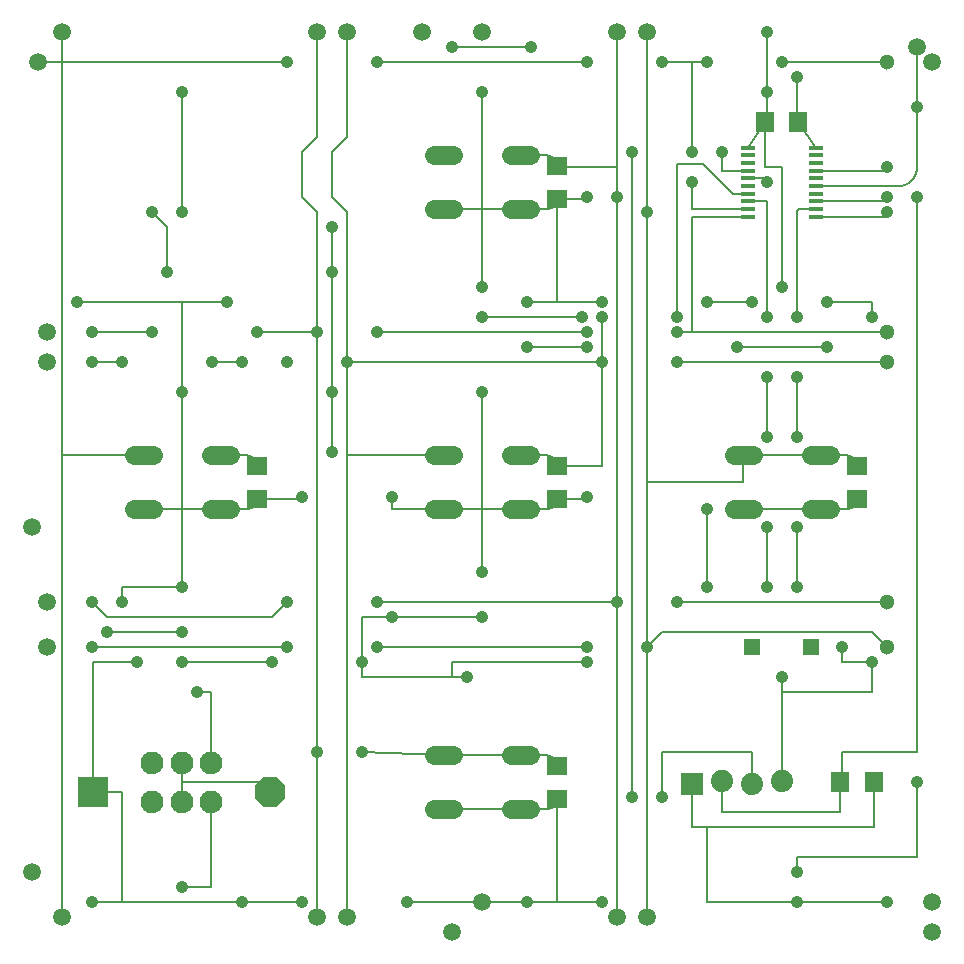
<source format=gbl>
G04 EAGLE Gerber RS-274X export*
G75*
%MOIN*%
%FSLAX36Y36*%
%LPD*%
%INBottom Copper Layer*%
%IPPOS*%
%AMOC8*
5,1,8,0,0,1.08239X$1,22.5*%
G01*
%ADD10P,0.108239X8X22.500000*%
%ADD11R,0.100000X0.100000*%
%ADD12R,0.070866X0.062992*%
%ADD13R,0.062992X0.070866*%
%ADD14R,0.074000X0.074000*%
%ADD15C,0.074000*%
%ADD16R,0.062992X0.070984*%
%ADD17C,0.064000*%
%ADD18R,0.047236X0.011811*%
%ADD19C,0.076000*%
%ADD20R,0.055496X0.055496*%
%ADD21C,0.041654*%
%ADD22C,0.006000*%
%ADD23C,0.059370*%
%ADD24C,0.051181*%


D10*
X845276Y515748D03*
D11*
X254724Y515748D03*
D12*
X1800000Y2605118D03*
X1800000Y2494882D03*
X2800000Y1605118D03*
X2800000Y1494882D03*
X1800000Y605118D03*
X1800000Y494882D03*
X800000Y1605118D03*
X800000Y1494882D03*
X1800000Y1605118D03*
X1800000Y1494882D03*
D13*
X2605118Y2750000D03*
X2494882Y2750000D03*
D14*
X2250000Y545000D03*
D15*
X2350000Y555000D03*
X2450000Y545000D03*
X2550000Y555000D03*
D16*
X2855984Y550000D03*
X2744016Y550000D03*
D17*
X1454000Y2639000D02*
X1390000Y2639000D01*
X1390000Y2461000D02*
X1454000Y2461000D01*
X1646000Y2639000D02*
X1710000Y2639000D01*
X1710000Y2461000D02*
X1646000Y2461000D01*
X2390000Y1639000D02*
X2454000Y1639000D01*
X2454000Y1461000D02*
X2390000Y1461000D01*
X2646000Y1639000D02*
X2710000Y1639000D01*
X2710000Y1461000D02*
X2646000Y1461000D01*
X1454000Y639000D02*
X1390000Y639000D01*
X1390000Y461000D02*
X1454000Y461000D01*
X1646000Y639000D02*
X1710000Y639000D01*
X1710000Y461000D02*
X1646000Y461000D01*
X454000Y1639000D02*
X390000Y1639000D01*
X390000Y1461000D02*
X454000Y1461000D01*
X646000Y1639000D02*
X710000Y1639000D01*
X710000Y1461000D02*
X646000Y1461000D01*
X1390000Y1639000D02*
X1454000Y1639000D01*
X1454000Y1461000D02*
X1390000Y1461000D01*
X1646000Y1639000D02*
X1710000Y1639000D01*
X1710000Y1461000D02*
X1646000Y1461000D01*
D18*
X2435827Y2665154D03*
X2435827Y2639563D03*
X2435827Y2613976D03*
X2435827Y2588386D03*
X2435827Y2562795D03*
X2435827Y2537205D03*
X2435827Y2511614D03*
X2435827Y2486024D03*
X2664177Y2665154D03*
X2664177Y2639563D03*
X2664177Y2613976D03*
X2664177Y2588386D03*
X2664177Y2562795D03*
X2664177Y2537205D03*
X2664177Y2511614D03*
X2664177Y2486024D03*
X2664177Y2460433D03*
X2664177Y2434846D03*
X2435827Y2460433D03*
X2435827Y2434846D03*
D19*
X648425Y614961D03*
X550000Y614961D03*
X451575Y614961D03*
X648425Y485039D03*
X550000Y485039D03*
X451575Y485039D03*
D20*
X2451575Y1000000D03*
X2648425Y1000000D03*
D21*
X2900000Y2600000D03*
D22*
X2900000Y2588386D01*
X2664177Y2588386D01*
D23*
X3050000Y2950000D03*
D21*
X3000000Y2800000D03*
D22*
X3000000Y2600000D01*
X2937205Y2537205D02*
X2664177Y2537205D01*
X2937205Y2537205D02*
X2938722Y2537223D01*
X2940239Y2537278D01*
X2941754Y2537370D01*
X2943266Y2537498D01*
X2944774Y2537663D01*
X2946278Y2537864D01*
X2947777Y2538101D01*
X2949270Y2538375D01*
X2950755Y2538684D01*
X2952233Y2539030D01*
X2953702Y2539411D01*
X2955161Y2539827D01*
X2956610Y2540278D01*
X2958047Y2540765D01*
X2959472Y2541286D01*
X2960885Y2541841D01*
X2962283Y2542430D01*
X2963667Y2543053D01*
X2965035Y2543709D01*
X2966387Y2544398D01*
X2967722Y2545119D01*
X2969040Y2545873D01*
X2970338Y2546658D01*
X2971617Y2547474D01*
X2972877Y2548321D01*
X2974115Y2549198D01*
X2975332Y2550104D01*
X2976526Y2551040D01*
X2977698Y2552005D01*
X2978846Y2552997D01*
X2979969Y2554017D01*
X2981068Y2555064D01*
X2982141Y2556137D01*
X2983188Y2557236D01*
X2984208Y2558359D01*
X2985200Y2559507D01*
X2986165Y2560679D01*
X2987101Y2561873D01*
X2988007Y2563090D01*
X2988884Y2564328D01*
X2989731Y2565588D01*
X2990547Y2566867D01*
X2991332Y2568165D01*
X2992086Y2569483D01*
X2992807Y2570818D01*
X2993496Y2572170D01*
X2994152Y2573538D01*
X2994775Y2574922D01*
X2995364Y2576320D01*
X2995919Y2577733D01*
X2996440Y2579158D01*
X2996927Y2580595D01*
X2997378Y2582044D01*
X2997794Y2583503D01*
X2998175Y2584972D01*
X2998521Y2586450D01*
X2998830Y2587935D01*
X2999104Y2589428D01*
X2999341Y2590927D01*
X2999542Y2592431D01*
X2999707Y2593939D01*
X2999835Y2595451D01*
X2999927Y2596966D01*
X2999982Y2598483D01*
X3000000Y2600000D01*
X3000000Y2800000D02*
X3000000Y3000000D01*
D23*
X3000000Y3000000D03*
D22*
X1800000Y2494882D02*
X1799990Y2494063D01*
X1799960Y2493245D01*
X1799911Y2492428D01*
X1799842Y2491612D01*
X1799753Y2490798D01*
X1799644Y2489986D01*
X1799516Y2489178D01*
X1799369Y2488372D01*
X1799202Y2487571D01*
X1799015Y2486774D01*
X1798810Y2485981D01*
X1798585Y2485194D01*
X1798342Y2484412D01*
X1798079Y2483636D01*
X1797798Y2482867D01*
X1797499Y2482105D01*
X1797181Y2481351D01*
X1796845Y2480604D01*
X1796491Y2479866D01*
X1796119Y2479136D01*
X1795730Y2478416D01*
X1795323Y2477705D01*
X1794900Y2477004D01*
X1794459Y2476314D01*
X1794002Y2475635D01*
X1793529Y2474967D01*
X1793040Y2474310D01*
X1792535Y2473666D01*
X1792015Y2473033D01*
X1791479Y2472414D01*
X1790929Y2471808D01*
X1790364Y2471215D01*
X1789785Y2470636D01*
X1789192Y2470071D01*
X1788586Y2469521D01*
X1787967Y2468985D01*
X1787334Y2468465D01*
X1786690Y2467960D01*
X1786033Y2467471D01*
X1785365Y2466998D01*
X1784686Y2466541D01*
X1783996Y2466100D01*
X1783295Y2465677D01*
X1782584Y2465270D01*
X1781864Y2464881D01*
X1781134Y2464509D01*
X1780396Y2464155D01*
X1779649Y2463819D01*
X1778895Y2463501D01*
X1778133Y2463202D01*
X1777364Y2462921D01*
X1776588Y2462658D01*
X1775806Y2462415D01*
X1775019Y2462190D01*
X1774226Y2461985D01*
X1773429Y2461798D01*
X1772628Y2461631D01*
X1771822Y2461484D01*
X1771014Y2461356D01*
X1770202Y2461247D01*
X1769388Y2461158D01*
X1768572Y2461089D01*
X1767755Y2461040D01*
X1766937Y2461010D01*
X1766118Y2461000D01*
X1678000Y2461000D01*
X2766118Y1461000D02*
X2766937Y1461010D01*
X2767755Y1461040D01*
X2768572Y1461089D01*
X2769388Y1461158D01*
X2770202Y1461247D01*
X2771014Y1461356D01*
X2771822Y1461484D01*
X2772628Y1461631D01*
X2773429Y1461798D01*
X2774226Y1461985D01*
X2775019Y1462190D01*
X2775806Y1462415D01*
X2776588Y1462658D01*
X2777364Y1462921D01*
X2778133Y1463202D01*
X2778895Y1463501D01*
X2779649Y1463819D01*
X2780396Y1464155D01*
X2781134Y1464509D01*
X2781864Y1464881D01*
X2782584Y1465270D01*
X2783295Y1465677D01*
X2783996Y1466100D01*
X2784686Y1466541D01*
X2785365Y1466998D01*
X2786033Y1467471D01*
X2786690Y1467960D01*
X2787334Y1468465D01*
X2787967Y1468985D01*
X2788586Y1469521D01*
X2789192Y1470071D01*
X2789785Y1470636D01*
X2790364Y1471215D01*
X2790929Y1471808D01*
X2791479Y1472414D01*
X2792015Y1473033D01*
X2792535Y1473666D01*
X2793040Y1474310D01*
X2793529Y1474967D01*
X2794002Y1475635D01*
X2794459Y1476314D01*
X2794900Y1477004D01*
X2795323Y1477705D01*
X2795730Y1478416D01*
X2796119Y1479136D01*
X2796491Y1479866D01*
X2796845Y1480604D01*
X2797181Y1481351D01*
X2797499Y1482105D01*
X2797798Y1482867D01*
X2798079Y1483636D01*
X2798342Y1484412D01*
X2798585Y1485194D01*
X2798810Y1485981D01*
X2799015Y1486774D01*
X2799202Y1487571D01*
X2799369Y1488372D01*
X2799516Y1489178D01*
X2799644Y1489986D01*
X2799753Y1490798D01*
X2799842Y1491612D01*
X2799911Y1492428D01*
X2799960Y1493245D01*
X2799990Y1494063D01*
X2800000Y1494882D01*
X2766118Y1461000D02*
X2678000Y1461000D01*
X1800000Y1494882D02*
X1799990Y1494063D01*
X1799960Y1493245D01*
X1799911Y1492428D01*
X1799842Y1491612D01*
X1799753Y1490798D01*
X1799644Y1489986D01*
X1799516Y1489178D01*
X1799369Y1488372D01*
X1799202Y1487571D01*
X1799015Y1486774D01*
X1798810Y1485981D01*
X1798585Y1485194D01*
X1798342Y1484412D01*
X1798079Y1483636D01*
X1797798Y1482867D01*
X1797499Y1482105D01*
X1797181Y1481351D01*
X1796845Y1480604D01*
X1796491Y1479866D01*
X1796119Y1479136D01*
X1795730Y1478416D01*
X1795323Y1477705D01*
X1794900Y1477004D01*
X1794459Y1476314D01*
X1794002Y1475635D01*
X1793529Y1474967D01*
X1793040Y1474310D01*
X1792535Y1473666D01*
X1792015Y1473033D01*
X1791479Y1472414D01*
X1790929Y1471808D01*
X1790364Y1471215D01*
X1789785Y1470636D01*
X1789192Y1470071D01*
X1788586Y1469521D01*
X1787967Y1468985D01*
X1787334Y1468465D01*
X1786690Y1467960D01*
X1786033Y1467471D01*
X1785365Y1466998D01*
X1784686Y1466541D01*
X1783996Y1466100D01*
X1783295Y1465677D01*
X1782584Y1465270D01*
X1781864Y1464881D01*
X1781134Y1464509D01*
X1780396Y1464155D01*
X1779649Y1463819D01*
X1778895Y1463501D01*
X1778133Y1463202D01*
X1777364Y1462921D01*
X1776588Y1462658D01*
X1775806Y1462415D01*
X1775019Y1462190D01*
X1774226Y1461985D01*
X1773429Y1461798D01*
X1772628Y1461631D01*
X1771822Y1461484D01*
X1771014Y1461356D01*
X1770202Y1461247D01*
X1769388Y1461158D01*
X1768572Y1461089D01*
X1767755Y1461040D01*
X1766937Y1461010D01*
X1766118Y1461000D01*
X1678000Y1461000D01*
X800000Y1494882D02*
X799990Y1494063D01*
X799960Y1493245D01*
X799911Y1492428D01*
X799842Y1491612D01*
X799753Y1490798D01*
X799644Y1489986D01*
X799516Y1489178D01*
X799369Y1488372D01*
X799202Y1487571D01*
X799015Y1486774D01*
X798810Y1485981D01*
X798585Y1485194D01*
X798342Y1484412D01*
X798079Y1483636D01*
X797798Y1482867D01*
X797499Y1482105D01*
X797181Y1481351D01*
X796845Y1480604D01*
X796491Y1479866D01*
X796119Y1479136D01*
X795730Y1478416D01*
X795323Y1477705D01*
X794900Y1477004D01*
X794459Y1476314D01*
X794002Y1475635D01*
X793529Y1474967D01*
X793040Y1474310D01*
X792535Y1473666D01*
X792015Y1473033D01*
X791479Y1472414D01*
X790929Y1471808D01*
X790364Y1471215D01*
X789785Y1470636D01*
X789192Y1470071D01*
X788586Y1469521D01*
X787967Y1468985D01*
X787334Y1468465D01*
X786690Y1467960D01*
X786033Y1467471D01*
X785365Y1466998D01*
X784686Y1466541D01*
X783996Y1466100D01*
X783295Y1465677D01*
X782584Y1465270D01*
X781864Y1464881D01*
X781134Y1464509D01*
X780396Y1464155D01*
X779649Y1463819D01*
X778895Y1463501D01*
X778133Y1463202D01*
X777364Y1462921D01*
X776588Y1462658D01*
X775806Y1462415D01*
X775019Y1462190D01*
X774226Y1461985D01*
X773429Y1461798D01*
X772628Y1461631D01*
X771822Y1461484D01*
X771014Y1461356D01*
X770202Y1461247D01*
X769388Y1461158D01*
X768572Y1461089D01*
X767755Y1461040D01*
X766937Y1461010D01*
X766118Y1461000D01*
X678000Y1461000D01*
X1766118Y461000D02*
X1766937Y461010D01*
X1767755Y461040D01*
X1768572Y461089D01*
X1769388Y461158D01*
X1770202Y461247D01*
X1771014Y461356D01*
X1771822Y461484D01*
X1772628Y461631D01*
X1773429Y461798D01*
X1774226Y461985D01*
X1775019Y462190D01*
X1775806Y462415D01*
X1776588Y462658D01*
X1777364Y462921D01*
X1778133Y463202D01*
X1778895Y463501D01*
X1779649Y463819D01*
X1780396Y464155D01*
X1781134Y464509D01*
X1781864Y464881D01*
X1782584Y465270D01*
X1783295Y465677D01*
X1783996Y466100D01*
X1784686Y466541D01*
X1785365Y466998D01*
X1786033Y467471D01*
X1786690Y467960D01*
X1787334Y468465D01*
X1787967Y468985D01*
X1788586Y469521D01*
X1789192Y470071D01*
X1789785Y470636D01*
X1790364Y471215D01*
X1790929Y471808D01*
X1791479Y472414D01*
X1792015Y473033D01*
X1792535Y473666D01*
X1793040Y474310D01*
X1793529Y474967D01*
X1794002Y475635D01*
X1794459Y476314D01*
X1794900Y477004D01*
X1795323Y477705D01*
X1795730Y478416D01*
X1796119Y479136D01*
X1796491Y479866D01*
X1796845Y480604D01*
X1797181Y481351D01*
X1797499Y482105D01*
X1797798Y482867D01*
X1798079Y483636D01*
X1798342Y484412D01*
X1798585Y485194D01*
X1798810Y485981D01*
X1799015Y486774D01*
X1799202Y487571D01*
X1799369Y488372D01*
X1799516Y489178D01*
X1799644Y489986D01*
X1799753Y490798D01*
X1799842Y491612D01*
X1799911Y492428D01*
X1799960Y493245D01*
X1799990Y494063D01*
X1800000Y494882D01*
X1766118Y461000D02*
X1678000Y461000D01*
X1550000Y2461000D02*
X1422000Y2461000D01*
X1550000Y2461000D02*
X1678000Y2461000D01*
X2422000Y1461000D02*
X2678000Y1461000D01*
X1678000Y1461000D02*
X1550000Y1461000D01*
X1422000Y1461000D01*
X678000Y1461000D02*
X550000Y1461000D01*
X422000Y1461000D01*
X1422000Y461000D02*
X1678000Y461000D01*
X2435827Y2665154D02*
X2494882Y2750000D01*
D21*
X750000Y150000D03*
D22*
X950000Y150000D01*
D21*
X950000Y150000D03*
X1300000Y150000D03*
D22*
X1550000Y150000D01*
D21*
X1950000Y150000D03*
D22*
X1700000Y150000D02*
X1550000Y150000D01*
D21*
X1700000Y150000D03*
D22*
X1950000Y150000D01*
D21*
X250000Y150000D03*
D22*
X350000Y150000D01*
X750000Y150000D01*
X1700000Y150000D02*
X1800000Y150000D01*
X1800000Y494882D01*
X2550000Y555000D02*
X2550000Y850000D01*
D21*
X2550000Y900000D03*
D22*
X2550000Y850000D01*
X254724Y950000D02*
X254724Y515748D01*
X254724Y950000D02*
X400000Y950000D01*
D21*
X400000Y950000D03*
D22*
X350000Y515748D02*
X350000Y150000D01*
X350000Y515748D02*
X254724Y515748D01*
D21*
X550000Y950000D03*
D22*
X850000Y950000D01*
D21*
X850000Y950000D03*
X1150000Y950000D03*
D22*
X1150000Y900000D01*
X1450000Y900000D01*
D21*
X1500000Y900000D03*
D22*
X1450000Y900000D01*
X1450000Y950000D01*
D21*
X1900000Y950000D03*
D22*
X1450000Y950000D01*
D21*
X2850000Y950000D03*
D22*
X2850000Y850000D01*
X2550000Y850000D01*
X2750000Y950000D02*
X2850000Y950000D01*
X2750000Y950000D02*
X2750000Y1000000D01*
D21*
X2750000Y1000000D03*
X2600000Y250000D03*
D22*
X2600000Y300000D01*
X3000000Y300000D01*
X3000000Y550000D01*
D21*
X3000000Y550000D03*
X550000Y1050000D03*
D22*
X300000Y1050000D01*
D21*
X300000Y1050000D03*
X350000Y1150000D03*
D22*
X350000Y1200000D01*
X550000Y1200000D01*
D21*
X550000Y1200000D03*
D22*
X1150000Y1100000D02*
X1150000Y950000D01*
X1150000Y1100000D02*
X1250000Y1100000D01*
D21*
X1250000Y1100000D03*
D22*
X950000Y1494882D02*
X800000Y1494882D01*
X950000Y1494882D02*
X950000Y1500000D01*
D21*
X950000Y1500000D03*
X1250000Y1500000D03*
D22*
X1250000Y1461000D01*
X1422000Y1461000D01*
X1800000Y1494882D02*
X1900000Y1494882D01*
X1900000Y1500000D01*
D21*
X1900000Y1500000D03*
D22*
X550000Y1461000D02*
X550000Y1200000D01*
D21*
X1550000Y1250000D03*
D22*
X1550000Y1461000D01*
X550000Y1461000D02*
X550000Y1850000D01*
D21*
X550000Y1850000D03*
X1050000Y1650000D03*
D22*
X1050000Y1850000D01*
D21*
X1050000Y1850000D03*
D22*
X1550000Y1850000D02*
X1550000Y1461000D01*
D21*
X1550000Y1850000D03*
X2300000Y1200000D03*
D22*
X2300000Y1461000D01*
D21*
X2300000Y1461000D03*
D22*
X1050000Y1850000D02*
X1050000Y2250000D01*
D21*
X1050000Y2250000D03*
X2850000Y2100000D03*
D22*
X2850000Y2150000D01*
X2700000Y2150000D01*
D21*
X2700000Y2150000D03*
X1700000Y2150000D03*
D22*
X1800000Y2150000D01*
D21*
X1950000Y2150000D03*
D22*
X1800000Y2150000D01*
D21*
X200000Y2150000D03*
D22*
X550000Y2150000D01*
D21*
X700000Y2150000D03*
D22*
X550000Y2150000D01*
X550000Y1850000D01*
X1250000Y1100000D02*
X1550000Y1100000D01*
D21*
X1550000Y1100000D03*
D22*
X1050000Y2250000D02*
X1050000Y2400000D01*
D21*
X1050000Y2400000D03*
X1550000Y2200000D03*
D22*
X1550000Y2461000D01*
X1800000Y2494882D02*
X1800000Y2150000D01*
X1550000Y2461000D02*
X1550000Y2850000D01*
D21*
X1550000Y2850000D03*
X550000Y2850000D03*
D22*
X550000Y2450000D01*
D21*
X550000Y2450000D03*
D22*
X1800000Y2494882D02*
X1900000Y2494882D01*
X1900000Y2500000D01*
D21*
X1900000Y2500000D03*
X2500000Y2850000D03*
D22*
X2500000Y2750000D01*
X2494882Y2750000D01*
X2494882Y2600000D01*
X2550000Y2600000D01*
X2550000Y2200000D01*
D21*
X2550000Y2200000D03*
X2450000Y2150000D03*
D22*
X2300000Y2150000D01*
D21*
X2300000Y2150000D03*
X2500000Y3050000D03*
D22*
X2500000Y2850000D01*
D23*
X1550000Y3050000D03*
X1550000Y150000D03*
X50000Y250000D03*
D22*
X2664177Y2665154D02*
X2605118Y2750000D01*
X2250000Y545000D02*
X2250000Y400000D01*
X2855984Y400000D02*
X2855984Y550000D01*
X2300000Y400000D02*
X2250000Y400000D01*
X2300000Y400000D02*
X2855984Y400000D01*
D21*
X2600000Y150000D03*
D22*
X2900000Y150000D01*
D21*
X2900000Y150000D03*
X550000Y200000D03*
D22*
X648425Y200000D01*
X648425Y485039D01*
X2300000Y400000D02*
X2300000Y150000D01*
X2600000Y150000D01*
X648425Y614961D02*
X648425Y850000D01*
X600000Y850000D01*
D21*
X600000Y850000D03*
X2400000Y2000000D03*
D22*
X2700000Y2000000D01*
D21*
X2700000Y2000000D03*
X1550000Y2100000D03*
D22*
X1884646Y2100000D01*
D21*
X1884646Y2100000D03*
X1700000Y2000000D03*
D22*
X1900000Y2000000D01*
D21*
X1900000Y2000000D03*
X2600000Y2900000D03*
D22*
X2600000Y2750000D01*
X2605118Y2750000D01*
D21*
X500000Y2250000D03*
D22*
X500000Y2400000D01*
X450000Y2450000D01*
D21*
X450000Y2450000D03*
D23*
X1350000Y3050000D03*
D21*
X1450000Y3000000D03*
D22*
X1715354Y3000000D01*
D21*
X1715354Y3000000D03*
D23*
X1450000Y50000D03*
X50000Y1400000D03*
D22*
X1766118Y2639000D02*
X1766937Y2638990D01*
X1767755Y2638960D01*
X1768572Y2638911D01*
X1769388Y2638842D01*
X1770202Y2638753D01*
X1771014Y2638644D01*
X1771822Y2638516D01*
X1772628Y2638369D01*
X1773429Y2638202D01*
X1774226Y2638015D01*
X1775019Y2637810D01*
X1775806Y2637585D01*
X1776588Y2637342D01*
X1777364Y2637079D01*
X1778133Y2636798D01*
X1778895Y2636499D01*
X1779649Y2636181D01*
X1780396Y2635845D01*
X1781134Y2635491D01*
X1781864Y2635119D01*
X1782584Y2634730D01*
X1783295Y2634323D01*
X1783996Y2633900D01*
X1784686Y2633459D01*
X1785365Y2633002D01*
X1786033Y2632529D01*
X1786690Y2632040D01*
X1787334Y2631535D01*
X1787967Y2631015D01*
X1788586Y2630479D01*
X1789192Y2629929D01*
X1789785Y2629364D01*
X1790364Y2628785D01*
X1790929Y2628192D01*
X1791479Y2627586D01*
X1792015Y2626967D01*
X1792535Y2626334D01*
X1793040Y2625690D01*
X1793529Y2625033D01*
X1794002Y2624365D01*
X1794459Y2623686D01*
X1794900Y2622996D01*
X1795323Y2622295D01*
X1795730Y2621584D01*
X1796119Y2620864D01*
X1796491Y2620134D01*
X1796845Y2619396D01*
X1797181Y2618649D01*
X1797499Y2617895D01*
X1797798Y2617133D01*
X1798079Y2616364D01*
X1798342Y2615588D01*
X1798585Y2614806D01*
X1798810Y2614019D01*
X1799015Y2613226D01*
X1799202Y2612429D01*
X1799369Y2611628D01*
X1799516Y2610822D01*
X1799644Y2610014D01*
X1799753Y2609202D01*
X1799842Y2608388D01*
X1799911Y2607572D01*
X1799960Y2606755D01*
X1799990Y2605937D01*
X1800000Y2605118D01*
X1766118Y2639000D02*
X1678000Y2639000D01*
D23*
X2000000Y3050000D03*
D22*
X2000000Y2600000D01*
D23*
X2000000Y100000D03*
D22*
X2000000Y2500000D02*
X2000000Y2600000D01*
X2000000Y2500000D02*
X2000000Y1150000D01*
X2000000Y100000D01*
X2000000Y1150000D02*
X1200000Y1150000D01*
D21*
X1200000Y1150000D03*
X900000Y1150000D03*
D22*
X850000Y1100000D01*
X300000Y1100000D01*
X250000Y1150000D01*
D21*
X250000Y1150000D03*
D23*
X100000Y1150000D03*
D21*
X2000000Y1150000D03*
X2200000Y1150000D03*
D22*
X2900000Y1150000D01*
D24*
X2900000Y1150000D03*
D22*
X1805118Y2600000D02*
X1804977Y2600002D01*
X1804836Y2600008D01*
X1804695Y2600017D01*
X1804555Y2600031D01*
X1804415Y2600049D01*
X1804276Y2600070D01*
X1804137Y2600095D01*
X1803999Y2600124D01*
X1803862Y2600157D01*
X1803725Y2600193D01*
X1803590Y2600233D01*
X1803456Y2600277D01*
X1803323Y2600325D01*
X1803192Y2600376D01*
X1803062Y2600431D01*
X1802934Y2600490D01*
X1802807Y2600551D01*
X1802682Y2600617D01*
X1802559Y2600686D01*
X1802438Y2600758D01*
X1802319Y2600833D01*
X1802202Y2600912D01*
X1802087Y2600994D01*
X1801974Y2601079D01*
X1801864Y2601167D01*
X1801757Y2601258D01*
X1801652Y2601353D01*
X1801549Y2601450D01*
X1801450Y2601549D01*
X1801353Y2601652D01*
X1801258Y2601757D01*
X1801167Y2601864D01*
X1801079Y2601974D01*
X1800994Y2602087D01*
X1800912Y2602202D01*
X1800833Y2602319D01*
X1800758Y2602438D01*
X1800686Y2602559D01*
X1800617Y2602682D01*
X1800551Y2602807D01*
X1800490Y2602934D01*
X1800431Y2603062D01*
X1800376Y2603192D01*
X1800325Y2603323D01*
X1800277Y2603456D01*
X1800233Y2603590D01*
X1800193Y2603725D01*
X1800157Y2603862D01*
X1800124Y2603999D01*
X1800095Y2604137D01*
X1800070Y2604276D01*
X1800049Y2604415D01*
X1800031Y2604555D01*
X1800017Y2604695D01*
X1800008Y2604836D01*
X1800002Y2604977D01*
X1800000Y2605118D01*
X1805118Y2600000D02*
X2000000Y2600000D01*
D21*
X2000000Y2500000D03*
X2900000Y2500000D03*
D22*
X2899996Y2499662D01*
X2899984Y2499325D01*
X2899963Y2498988D01*
X2899935Y2498651D01*
X2899898Y2498315D01*
X2899853Y2497981D01*
X2899801Y2497647D01*
X2899740Y2497315D01*
X2899671Y2496984D01*
X2899594Y2496655D01*
X2899509Y2496328D01*
X2899416Y2496004D01*
X2899316Y2495681D01*
X2899208Y2495361D01*
X2899092Y2495044D01*
X2898968Y2494730D01*
X2898837Y2494418D01*
X2898698Y2494110D01*
X2898552Y2493806D01*
X2898399Y2493505D01*
X2898239Y2493208D01*
X2898071Y2492915D01*
X2897896Y2492626D01*
X2897715Y2492341D01*
X2897526Y2492061D01*
X2897331Y2491785D01*
X2897129Y2491514D01*
X2896921Y2491248D01*
X2896706Y2490988D01*
X2896485Y2490732D01*
X2896258Y2490482D01*
X2896025Y2490238D01*
X2895786Y2489999D01*
X2895542Y2489766D01*
X2895292Y2489539D01*
X2895036Y2489318D01*
X2894776Y2489103D01*
X2894510Y2488895D01*
X2894239Y2488693D01*
X2893963Y2488498D01*
X2893683Y2488309D01*
X2893398Y2488128D01*
X2893109Y2487953D01*
X2892816Y2487785D01*
X2892519Y2487625D01*
X2892218Y2487472D01*
X2891914Y2487326D01*
X2891606Y2487187D01*
X2891294Y2487056D01*
X2890980Y2486932D01*
X2890663Y2486816D01*
X2890343Y2486708D01*
X2890020Y2486608D01*
X2889696Y2486515D01*
X2889369Y2486430D01*
X2889040Y2486353D01*
X2888709Y2486284D01*
X2888377Y2486223D01*
X2888043Y2486171D01*
X2887709Y2486126D01*
X2887373Y2486089D01*
X2887036Y2486061D01*
X2886699Y2486040D01*
X2886362Y2486028D01*
X2886024Y2486024D01*
X2664177Y2486024D01*
X2766118Y1639000D02*
X2766937Y1638990D01*
X2767755Y1638960D01*
X2768572Y1638911D01*
X2769388Y1638842D01*
X2770202Y1638753D01*
X2771014Y1638644D01*
X2771822Y1638516D01*
X2772628Y1638369D01*
X2773429Y1638202D01*
X2774226Y1638015D01*
X2775019Y1637810D01*
X2775806Y1637585D01*
X2776588Y1637342D01*
X2777364Y1637079D01*
X2778133Y1636798D01*
X2778895Y1636499D01*
X2779649Y1636181D01*
X2780396Y1635845D01*
X2781134Y1635491D01*
X2781864Y1635119D01*
X2782584Y1634730D01*
X2783295Y1634323D01*
X2783996Y1633900D01*
X2784686Y1633459D01*
X2785365Y1633002D01*
X2786033Y1632529D01*
X2786690Y1632040D01*
X2787334Y1631535D01*
X2787967Y1631015D01*
X2788586Y1630479D01*
X2789192Y1629929D01*
X2789785Y1629364D01*
X2790364Y1628785D01*
X2790929Y1628192D01*
X2791479Y1627586D01*
X2792015Y1626967D01*
X2792535Y1626334D01*
X2793040Y1625690D01*
X2793529Y1625033D01*
X2794002Y1624365D01*
X2794459Y1623686D01*
X2794900Y1622996D01*
X2795323Y1622295D01*
X2795730Y1621584D01*
X2796119Y1620864D01*
X2796491Y1620134D01*
X2796845Y1619396D01*
X2797181Y1618649D01*
X2797499Y1617895D01*
X2797798Y1617133D01*
X2798079Y1616364D01*
X2798342Y1615588D01*
X2798585Y1614806D01*
X2798810Y1614019D01*
X2799015Y1613226D01*
X2799202Y1612429D01*
X2799369Y1611628D01*
X2799516Y1610822D01*
X2799644Y1610014D01*
X2799753Y1609202D01*
X2799842Y1608388D01*
X2799911Y1607572D01*
X2799960Y1606755D01*
X2799990Y1605937D01*
X2800000Y1605118D01*
X2766118Y1639000D02*
X2678000Y1639000D01*
X2422000Y1639000D01*
D23*
X2100000Y3050000D03*
D22*
X2100000Y2450000D01*
D23*
X2100000Y100000D03*
D22*
X2100000Y1550000D02*
X2100000Y2450000D01*
X2100000Y1550000D02*
X2100000Y1000000D01*
X2100000Y100000D01*
X2100000Y1000000D02*
X2150000Y1050000D01*
X2850000Y1050000D01*
X2900000Y1000000D01*
D24*
X2900000Y1000000D03*
D21*
X2100000Y1000000D03*
X1900000Y1000000D03*
D22*
X1200000Y1000000D01*
D21*
X1200000Y1000000D03*
X900000Y1000000D03*
D22*
X250000Y1000000D01*
D21*
X250000Y1000000D03*
D23*
X100000Y1000000D03*
D21*
X2100000Y2450000D03*
X2900000Y2450000D03*
D22*
X2899996Y2449634D01*
X2899982Y2449268D01*
X2899960Y2448902D01*
X2899929Y2448537D01*
X2899890Y2448173D01*
X2899841Y2447810D01*
X2899784Y2447449D01*
X2899718Y2447089D01*
X2899643Y2446730D01*
X2899560Y2446373D01*
X2899468Y2446019D01*
X2899367Y2445667D01*
X2899258Y2445317D01*
X2899141Y2444970D01*
X2899015Y2444626D01*
X2898881Y2444286D01*
X2898739Y2443948D01*
X2898589Y2443614D01*
X2898430Y2443284D01*
X2898264Y2442958D01*
X2898090Y2442635D01*
X2897908Y2442318D01*
X2897719Y2442004D01*
X2897522Y2441695D01*
X2897317Y2441392D01*
X2897106Y2441093D01*
X2896887Y2440799D01*
X2896661Y2440511D01*
X2896428Y2440228D01*
X2896189Y2439951D01*
X2895943Y2439680D01*
X2895690Y2439415D01*
X2895431Y2439156D01*
X2895166Y2438903D01*
X2894895Y2438657D01*
X2894618Y2438418D01*
X2894335Y2438185D01*
X2894047Y2437959D01*
X2893753Y2437740D01*
X2893454Y2437529D01*
X2893151Y2437324D01*
X2892842Y2437127D01*
X2892528Y2436938D01*
X2892211Y2436756D01*
X2891888Y2436582D01*
X2891562Y2436416D01*
X2891232Y2436257D01*
X2890898Y2436107D01*
X2890560Y2435965D01*
X2890220Y2435831D01*
X2889876Y2435705D01*
X2889529Y2435588D01*
X2889179Y2435479D01*
X2888827Y2435378D01*
X2888473Y2435286D01*
X2888116Y2435203D01*
X2887757Y2435128D01*
X2887397Y2435062D01*
X2887036Y2435005D01*
X2886673Y2434956D01*
X2886309Y2434917D01*
X2885944Y2434886D01*
X2885578Y2434864D01*
X2885212Y2434850D01*
X2884846Y2434846D01*
X2664177Y2434846D01*
X2422000Y1639000D02*
X2422000Y1550000D01*
X2100000Y1550000D01*
X1766118Y639000D02*
X1766937Y638990D01*
X1767755Y638960D01*
X1768572Y638911D01*
X1769388Y638842D01*
X1770202Y638753D01*
X1771014Y638644D01*
X1771822Y638516D01*
X1772628Y638369D01*
X1773429Y638202D01*
X1774226Y638015D01*
X1775019Y637810D01*
X1775806Y637585D01*
X1776588Y637342D01*
X1777364Y637079D01*
X1778133Y636798D01*
X1778895Y636499D01*
X1779649Y636181D01*
X1780396Y635845D01*
X1781134Y635491D01*
X1781864Y635119D01*
X1782584Y634730D01*
X1783295Y634323D01*
X1783996Y633900D01*
X1784686Y633459D01*
X1785365Y633002D01*
X1786033Y632529D01*
X1786690Y632040D01*
X1787334Y631535D01*
X1787967Y631015D01*
X1788586Y630479D01*
X1789192Y629929D01*
X1789785Y629364D01*
X1790364Y628785D01*
X1790929Y628192D01*
X1791479Y627586D01*
X1792015Y626967D01*
X1792535Y626334D01*
X1793040Y625690D01*
X1793529Y625033D01*
X1794002Y624365D01*
X1794459Y623686D01*
X1794900Y622996D01*
X1795323Y622295D01*
X1795730Y621584D01*
X1796119Y620864D01*
X1796491Y620134D01*
X1796845Y619396D01*
X1797181Y618649D01*
X1797499Y617895D01*
X1797798Y617133D01*
X1798079Y616364D01*
X1798342Y615588D01*
X1798585Y614806D01*
X1798810Y614019D01*
X1799015Y613226D01*
X1799202Y612429D01*
X1799369Y611628D01*
X1799516Y610822D01*
X1799644Y610014D01*
X1799753Y609202D01*
X1799842Y608388D01*
X1799911Y607572D01*
X1799960Y606755D01*
X1799990Y605937D01*
X1800000Y605118D01*
X1766118Y639000D02*
X1678000Y639000D01*
X1422000Y639000D01*
D23*
X1000000Y3050000D03*
D22*
X1000000Y2700000D01*
X950000Y2650000D01*
X950000Y2500000D01*
X1000000Y2450000D01*
X1000000Y2050000D01*
D23*
X1000000Y100000D03*
D22*
X1000000Y650000D02*
X1000000Y2050000D01*
X1000000Y650000D02*
X1000000Y100000D01*
D21*
X250000Y2050000D03*
D23*
X100000Y2050000D03*
D21*
X1000000Y2050000D03*
X1200000Y2050000D03*
D22*
X1900000Y2050000D01*
D21*
X1900000Y2050000D03*
X2200000Y2050000D03*
D22*
X2250000Y2050000D01*
D24*
X2900000Y2050000D03*
D21*
X1000000Y650000D03*
D22*
X2250000Y2050000D02*
X2900000Y2050000D01*
D21*
X1150000Y650000D03*
D22*
X1422000Y639000D01*
X2250000Y2050000D02*
X2250000Y2434846D01*
X2435827Y2434846D01*
X450000Y2050000D02*
X250000Y2050000D01*
D21*
X450000Y2050000D03*
X800000Y2050000D03*
D22*
X1000000Y2050000D01*
X766118Y1639000D02*
X766937Y1638990D01*
X767755Y1638960D01*
X768572Y1638911D01*
X769388Y1638842D01*
X770202Y1638753D01*
X771014Y1638644D01*
X771822Y1638516D01*
X772628Y1638369D01*
X773429Y1638202D01*
X774226Y1638015D01*
X775019Y1637810D01*
X775806Y1637585D01*
X776588Y1637342D01*
X777364Y1637079D01*
X778133Y1636798D01*
X778895Y1636499D01*
X779649Y1636181D01*
X780396Y1635845D01*
X781134Y1635491D01*
X781864Y1635119D01*
X782584Y1634730D01*
X783295Y1634323D01*
X783996Y1633900D01*
X784686Y1633459D01*
X785365Y1633002D01*
X786033Y1632529D01*
X786690Y1632040D01*
X787334Y1631535D01*
X787967Y1631015D01*
X788586Y1630479D01*
X789192Y1629929D01*
X789785Y1629364D01*
X790364Y1628785D01*
X790929Y1628192D01*
X791479Y1627586D01*
X792015Y1626967D01*
X792535Y1626334D01*
X793040Y1625690D01*
X793529Y1625033D01*
X794002Y1624365D01*
X794459Y1623686D01*
X794900Y1622996D01*
X795323Y1622295D01*
X795730Y1621584D01*
X796119Y1620864D01*
X796491Y1620134D01*
X796845Y1619396D01*
X797181Y1618649D01*
X797499Y1617895D01*
X797798Y1617133D01*
X798079Y1616364D01*
X798342Y1615588D01*
X798585Y1614806D01*
X798810Y1614019D01*
X799015Y1613226D01*
X799202Y1612429D01*
X799369Y1611628D01*
X799516Y1610822D01*
X799644Y1610014D01*
X799753Y1609202D01*
X799842Y1608388D01*
X799911Y1607572D01*
X799960Y1606755D01*
X799990Y1605937D01*
X800000Y1605118D01*
X766118Y1639000D02*
X678000Y1639000D01*
D23*
X150000Y3050000D03*
X150000Y100000D03*
D22*
X150000Y2950000D02*
X150000Y3050000D01*
X150000Y2950000D02*
X150000Y1639000D01*
X150000Y100000D01*
X150000Y2950000D02*
X69528Y2950000D01*
D23*
X69528Y2950000D03*
D22*
X150000Y2950000D02*
X900000Y2950000D01*
D21*
X900000Y2950000D03*
X1200000Y2950000D03*
D22*
X1900000Y2950000D01*
D21*
X1900000Y2950000D03*
X2150000Y2950000D03*
D22*
X2250000Y2950000D01*
D24*
X2900000Y2950000D03*
D22*
X422000Y1639000D02*
X150000Y1639000D01*
X2250000Y2460433D02*
X2435827Y2460433D01*
X2250000Y2460433D02*
X2250000Y2550000D01*
D21*
X2250000Y2550000D03*
X2250000Y2650000D03*
D22*
X2250000Y2950000D01*
X2300000Y2950000D01*
D21*
X2300000Y2950000D03*
X2550000Y2950000D03*
D22*
X2900000Y2950000D01*
X2664177Y2460433D02*
X2610433Y2460433D01*
X2610181Y2460430D01*
X2609929Y2460421D01*
X2609677Y2460406D01*
X2609426Y2460384D01*
X2609175Y2460357D01*
X2608926Y2460324D01*
X2608677Y2460284D01*
X2608429Y2460239D01*
X2608182Y2460187D01*
X2607936Y2460130D01*
X2607692Y2460067D01*
X2607450Y2459997D01*
X2607209Y2459922D01*
X2606970Y2459842D01*
X2606733Y2459755D01*
X2606499Y2459663D01*
X2606266Y2459565D01*
X2606037Y2459461D01*
X2605809Y2459352D01*
X2605585Y2459238D01*
X2605363Y2459118D01*
X2605144Y2458993D01*
X2604928Y2458862D01*
X2604716Y2458727D01*
X2604506Y2458586D01*
X2604301Y2458440D01*
X2604098Y2458290D01*
X2603900Y2458134D01*
X2603705Y2457974D01*
X2603515Y2457809D01*
X2603328Y2457640D01*
X2603145Y2457466D01*
X2602967Y2457288D01*
X2602793Y2457105D01*
X2602624Y2456918D01*
X2602459Y2456728D01*
X2602299Y2456533D01*
X2602143Y2456335D01*
X2601993Y2456132D01*
X2601847Y2455927D01*
X2601706Y2455717D01*
X2601571Y2455505D01*
X2601440Y2455289D01*
X2601315Y2455070D01*
X2601195Y2454848D01*
X2601081Y2454624D01*
X2600972Y2454396D01*
X2600868Y2454167D01*
X2600770Y2453934D01*
X2600678Y2453700D01*
X2600591Y2453463D01*
X2600511Y2453224D01*
X2600436Y2452983D01*
X2600366Y2452741D01*
X2600303Y2452497D01*
X2600246Y2452251D01*
X2600194Y2452004D01*
X2600149Y2451756D01*
X2600109Y2451507D01*
X2600076Y2451258D01*
X2600049Y2451007D01*
X2600027Y2450756D01*
X2600012Y2450504D01*
X2600003Y2450252D01*
X2600000Y2450000D01*
X2600000Y2100000D01*
D21*
X2600000Y2100000D03*
X2600000Y1900000D03*
D22*
X2600000Y1700000D01*
D21*
X2600000Y1700000D03*
X2600000Y1400000D03*
D22*
X2600000Y1200000D01*
D21*
X2600000Y1200000D03*
X2500000Y1200000D03*
D22*
X2500000Y1400000D01*
D21*
X2500000Y1400000D03*
X2500000Y1700000D03*
D22*
X2500000Y1900000D01*
D21*
X2500000Y1900000D03*
X2500000Y2100000D03*
D22*
X2500000Y2486024D02*
X2435827Y2486024D01*
X2500000Y2486024D02*
X2500000Y2100000D01*
X2450000Y650000D02*
X2450000Y545000D01*
X2450000Y650000D02*
X2150000Y650000D01*
X2150000Y500000D01*
D21*
X2150000Y500000D03*
X2050000Y500000D03*
D22*
X2050000Y2650000D01*
D21*
X2050000Y2650000D03*
X2350000Y2650000D03*
D22*
X2350000Y2588386D02*
X2435827Y2588386D01*
X2350000Y2588386D02*
X2350000Y2650000D01*
X2350000Y555000D02*
X2350000Y450000D01*
X2744016Y450000D02*
X2744016Y550000D01*
X2744016Y450000D02*
X2350000Y450000D01*
X2744016Y550000D02*
X2750000Y550000D01*
X2750000Y650000D01*
X3000000Y650000D01*
X3000000Y1550000D01*
D21*
X3000000Y2500000D03*
D22*
X3000000Y1550000D01*
D21*
X2500000Y2550000D03*
D22*
X2499996Y2550309D01*
X2499985Y2550618D01*
X2499966Y2550927D01*
X2499940Y2551235D01*
X2499907Y2551542D01*
X2499866Y2551849D01*
X2499817Y2552154D01*
X2499762Y2552458D01*
X2499699Y2552761D01*
X2499628Y2553062D01*
X2499551Y2553361D01*
X2499466Y2553659D01*
X2499374Y2553954D01*
X2499275Y2554247D01*
X2499169Y2554537D01*
X2499055Y2554825D01*
X2498935Y2555110D01*
X2498808Y2555392D01*
X2498675Y2555671D01*
X2498534Y2555946D01*
X2498387Y2556218D01*
X2498234Y2556487D01*
X2498074Y2556751D01*
X2497908Y2557012D01*
X2497735Y2557268D01*
X2497556Y2557521D01*
X2497372Y2557769D01*
X2497181Y2558012D01*
X2496984Y2558251D01*
X2496782Y2558485D01*
X2496574Y2558714D01*
X2496361Y2558937D01*
X2496142Y2559156D01*
X2495919Y2559369D01*
X2495690Y2559577D01*
X2495456Y2559779D01*
X2495217Y2559976D01*
X2494974Y2560167D01*
X2494726Y2560351D01*
X2494473Y2560530D01*
X2494217Y2560703D01*
X2493956Y2560869D01*
X2493692Y2561029D01*
X2493423Y2561182D01*
X2493151Y2561329D01*
X2492876Y2561470D01*
X2492597Y2561603D01*
X2492315Y2561730D01*
X2492030Y2561850D01*
X2491742Y2561964D01*
X2491452Y2562070D01*
X2491159Y2562169D01*
X2490864Y2562261D01*
X2490566Y2562346D01*
X2490267Y2562423D01*
X2489966Y2562494D01*
X2489663Y2562557D01*
X2489359Y2562612D01*
X2489054Y2562661D01*
X2488747Y2562702D01*
X2488440Y2562735D01*
X2488132Y2562761D01*
X2487823Y2562780D01*
X2487514Y2562791D01*
X2487205Y2562795D01*
X2435827Y2562795D01*
X550000Y550000D02*
X550000Y485039D01*
X550000Y550000D02*
X550000Y614961D01*
X550000Y550000D02*
X850000Y550000D01*
X850000Y515748D01*
X845276Y515748D01*
X1800000Y1605118D02*
X1799990Y1605937D01*
X1799960Y1606755D01*
X1799911Y1607572D01*
X1799842Y1608388D01*
X1799753Y1609202D01*
X1799644Y1610014D01*
X1799516Y1610822D01*
X1799369Y1611628D01*
X1799202Y1612429D01*
X1799015Y1613226D01*
X1798810Y1614019D01*
X1798585Y1614806D01*
X1798342Y1615588D01*
X1798079Y1616364D01*
X1797798Y1617133D01*
X1797499Y1617895D01*
X1797181Y1618649D01*
X1796845Y1619396D01*
X1796491Y1620134D01*
X1796119Y1620864D01*
X1795730Y1621584D01*
X1795323Y1622295D01*
X1794900Y1622996D01*
X1794459Y1623686D01*
X1794002Y1624365D01*
X1793529Y1625033D01*
X1793040Y1625690D01*
X1792535Y1626334D01*
X1792015Y1626967D01*
X1791479Y1627586D01*
X1790929Y1628192D01*
X1790364Y1628785D01*
X1789785Y1629364D01*
X1789192Y1629929D01*
X1788586Y1630479D01*
X1787967Y1631015D01*
X1787334Y1631535D01*
X1786690Y1632040D01*
X1786033Y1632529D01*
X1785365Y1633002D01*
X1784686Y1633459D01*
X1783996Y1633900D01*
X1783295Y1634323D01*
X1782584Y1634730D01*
X1781864Y1635119D01*
X1781134Y1635491D01*
X1780396Y1635845D01*
X1779649Y1636181D01*
X1778895Y1636499D01*
X1778133Y1636798D01*
X1777364Y1637079D01*
X1776588Y1637342D01*
X1775806Y1637585D01*
X1775019Y1637810D01*
X1774226Y1638015D01*
X1773429Y1638202D01*
X1772628Y1638369D01*
X1771822Y1638516D01*
X1771014Y1638644D01*
X1770202Y1638753D01*
X1769388Y1638842D01*
X1768572Y1638911D01*
X1767755Y1638960D01*
X1766937Y1638990D01*
X1766118Y1639000D01*
X1678000Y1639000D01*
D23*
X1100000Y3050000D03*
D22*
X1100000Y2700000D02*
X1050000Y2650000D01*
X1050000Y2500000D02*
X1100000Y2450000D01*
X1100000Y1950000D01*
D23*
X1100000Y100000D03*
D22*
X1100000Y1650000D02*
X1100000Y1950000D01*
X1100000Y1650000D02*
X1100000Y100000D01*
X1100000Y2700000D02*
X1100000Y3050000D01*
X1050000Y2650000D02*
X1050000Y2500000D01*
D21*
X1100000Y1950000D03*
X900000Y1950000D03*
X250000Y1950000D03*
D23*
X100000Y1950000D03*
D22*
X1100000Y1950000D02*
X1950000Y1950000D01*
D21*
X1950000Y1950000D03*
X2200000Y1950000D03*
D22*
X2900000Y1950000D01*
D24*
X2900000Y1950000D03*
D22*
X1950000Y1605118D02*
X1800000Y1605118D01*
X1950000Y1605118D02*
X1950000Y1950000D01*
D21*
X1950000Y2100000D03*
D22*
X1950000Y1950000D01*
D21*
X2200000Y2100000D03*
D22*
X2200000Y2611614D01*
X2385827Y2511614D02*
X2435827Y2511614D01*
X2385827Y2511614D02*
X2285827Y2611614D01*
X2200000Y2611614D01*
X350000Y1950000D02*
X250000Y1950000D01*
D21*
X350000Y1950000D03*
X650000Y1950000D03*
D22*
X750000Y1950000D01*
D21*
X750000Y1950000D03*
D22*
X1100000Y1650000D02*
X1100003Y1649734D01*
X1100013Y1649469D01*
X1100029Y1649203D01*
X1100051Y1648938D01*
X1100080Y1648674D01*
X1100115Y1648411D01*
X1100157Y1648148D01*
X1100205Y1647887D01*
X1100259Y1647626D01*
X1100320Y1647368D01*
X1100386Y1647110D01*
X1100459Y1646855D01*
X1100538Y1646601D01*
X1100624Y1646349D01*
X1100715Y1646099D01*
X1100812Y1645852D01*
X1100915Y1645607D01*
X1101024Y1645365D01*
X1101139Y1645125D01*
X1101260Y1644888D01*
X1101386Y1644654D01*
X1101518Y1644423D01*
X1101656Y1644196D01*
X1101799Y1643972D01*
X1101947Y1643751D01*
X1102101Y1643534D01*
X1102260Y1643321D01*
X1102424Y1643112D01*
X1102593Y1642907D01*
X1102766Y1642706D01*
X1102945Y1642509D01*
X1103128Y1642316D01*
X1103316Y1642128D01*
X1103509Y1641945D01*
X1103706Y1641766D01*
X1103907Y1641593D01*
X1104112Y1641424D01*
X1104321Y1641260D01*
X1104534Y1641101D01*
X1104751Y1640947D01*
X1104972Y1640799D01*
X1105196Y1640656D01*
X1105423Y1640518D01*
X1105654Y1640386D01*
X1105888Y1640260D01*
X1106125Y1640139D01*
X1106365Y1640024D01*
X1106607Y1639915D01*
X1106852Y1639812D01*
X1107099Y1639715D01*
X1107349Y1639624D01*
X1107601Y1639538D01*
X1107855Y1639459D01*
X1108110Y1639386D01*
X1108368Y1639320D01*
X1108626Y1639259D01*
X1108887Y1639205D01*
X1109148Y1639157D01*
X1109411Y1639115D01*
X1109674Y1639080D01*
X1109938Y1639051D01*
X1110203Y1639029D01*
X1110469Y1639013D01*
X1110734Y1639003D01*
X1111000Y1639000D01*
X1422000Y1639000D01*
D23*
X3050000Y150000D03*
X3050000Y50000D03*
M02*

</source>
